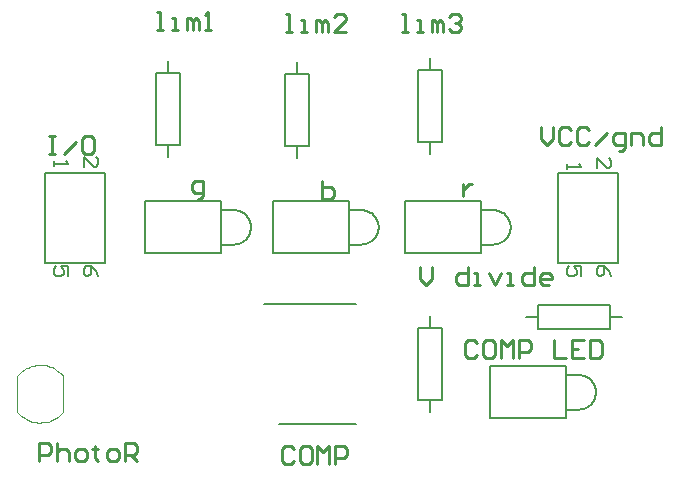
<source format=gto>
%FSTAX23Y23*%
%MOIN*%
%SFA1B1*%

%IPPOS*%
%ADD10C,0.005000*%
%ADD11C,0.003937*%
%ADD12C,0.007874*%
%ADD13C,0.008000*%
%ADD14C,0.010000*%
%LNnightlight-1*%
%LPD*%
G54D10*
X01621Y00797D02*
D01*
X01625Y00798*
X01629Y00798*
X01633Y00799*
X01637Y008*
X01641Y00801*
X01644Y00802*
X01648Y00804*
X01651Y00806*
X01655Y00808*
X01658Y00811*
X01661Y00813*
X01663Y00816*
X01666Y00819*
X01668Y00823*
X0167Y00826*
X01672Y00829*
X01674Y00833*
X01675Y00837*
X01676Y00841*
X01677Y00845*
X01678Y00849*
X01678Y00853*
Y00856*
X01678Y0086*
X01677Y00864*
X01676Y00868*
X01675Y00872*
X01674Y00876*
X01672Y0088*
X0167Y00883*
X01668Y00886*
X01666Y0089*
X01663Y00893*
X01661Y00896*
X01658Y00898*
X01655Y00901*
X01651Y00903*
X01648Y00905*
X01644Y00907*
X01641Y00908*
X01637Y00909*
X01633Y0091*
X01629Y00911*
X01625Y00911*
X01621Y00912*
X00756Y00797D02*
D01*
X0076Y00798*
X00764Y00798*
X00768Y00799*
X00772Y008*
X00776Y00801*
X00779Y00802*
X00783Y00804*
X00786Y00806*
X0079Y00808*
X00793Y00811*
X00796Y00813*
X00798Y00816*
X00801Y00819*
X00803Y00823*
X00805Y00826*
X00807Y00829*
X00809Y00833*
X0081Y00837*
X00811Y00841*
X00812Y00845*
X00813Y00849*
X00813Y00853*
Y00856*
X00813Y0086*
X00812Y00864*
X00811Y00868*
X0081Y00872*
X00809Y00876*
X00807Y0088*
X00805Y00883*
X00803Y00886*
X00801Y0089*
X00798Y00893*
X00796Y00896*
X00793Y00898*
X0079Y00901*
X00786Y00903*
X00783Y00905*
X00779Y00907*
X00776Y00908*
X00772Y00909*
X00768Y0091*
X00764Y00911*
X0076Y00911*
X00756Y00912*
X01181Y00797D02*
D01*
X01185Y00798*
X01189Y00798*
X01193Y00799*
X01197Y008*
X01201Y00801*
X01204Y00802*
X01208Y00804*
X01211Y00806*
X01215Y00808*
X01218Y00811*
X01221Y00813*
X01223Y00816*
X01226Y00819*
X01228Y00823*
X0123Y00826*
X01232Y00829*
X01234Y00833*
X01235Y00837*
X01236Y00841*
X01237Y00845*
X01238Y00849*
X01238Y00853*
Y00856*
X01238Y0086*
X01237Y00864*
X01236Y00868*
X01235Y00872*
X01234Y00876*
X01232Y0088*
X0123Y00883*
X01228Y00886*
X01226Y0089*
X01223Y00893*
X01221Y00896*
X01218Y00898*
X01215Y00901*
X01211Y00903*
X01208Y00905*
X01204Y00907*
X01201Y00908*
X01197Y00909*
X01193Y0091*
X01189Y00911*
X01185Y00911*
X01181Y00912*
X01906Y00247D02*
D01*
X0191Y00248*
X01914Y00248*
X01918Y00249*
X01922Y0025*
X01926Y00251*
X01929Y00252*
X01933Y00254*
X01936Y00256*
X0194Y00258*
X01943Y00261*
X01946Y00263*
X01948Y00266*
X01951Y00269*
X01953Y00273*
X01955Y00276*
X01957Y00279*
X01959Y00283*
X0196Y00287*
X01961Y00291*
X01962Y00295*
X01963Y00299*
X01963Y00303*
Y00306*
X01963Y0031*
X01962Y00314*
X01961Y00318*
X0196Y00322*
X01959Y00326*
X01957Y0033*
X01955Y00333*
X01953Y00336*
X01951Y0034*
X01948Y00343*
X01946Y00346*
X01943Y00348*
X0194Y00351*
X01936Y00353*
X01933Y00355*
X01929Y00357*
X01926Y00358*
X01922Y00359*
X01918Y0036*
X01914Y00361*
X0191Y00361*
X01906Y00362*
X01326Y00768D02*
Y00941D01*
X01578*
Y00768D02*
Y00941D01*
X01326Y00768D02*
X01578D01*
Y00912D02*
X01621D01*
X01578Y00797D02*
X01621D01*
X00461Y00768D02*
Y00941D01*
X00713*
Y00768D02*
Y00941D01*
X00461Y00768D02*
X00713D01*
Y00912D02*
X00756D01*
X00713Y00797D02*
X00756D01*
X00886Y00768D02*
Y00941D01*
X01138*
Y00768D02*
Y00941D01*
X00886Y00768D02*
X01138D01*
Y00912D02*
X01181D01*
X01138Y00797D02*
X01181D01*
X01863Y00247D02*
X01906D01*
X01863Y00362D02*
X01906D01*
X01611Y00218D02*
X01863D01*
Y00391*
X01611D02*
X01863D01*
X01611Y00218D02*
Y00391D01*
G54D11*
X00187Y00359D02*
D01*
X00182Y00364*
X00177Y00369*
X00172Y00373*
X00167Y00377*
X00161Y00381*
X00155Y00385*
X00149Y00388*
X00142Y0039*
X00136Y00392*
X00129Y00394*
X00122Y00395*
X00116Y00396*
X00109Y00396*
X00102Y00395*
X00095Y00395*
X00088Y00393*
X00081Y00392*
X00075Y0039*
X00069Y00387*
X00062Y00384*
X00057Y0038*
X00051Y00376*
X00045Y00372*
X0004Y00367*
X00036Y00362*
X00032Y00359*
Y0024D02*
D01*
X00037Y00235*
X00042Y0023*
X00047Y00226*
X00052Y00222*
X00058Y00218*
X00064Y00214*
X0007Y00211*
X00077Y00209*
X00083Y00207*
X0009Y00205*
X00097Y00204*
X00103Y00203*
X0011Y00203*
X00117Y00204*
X00124Y00204*
X00131Y00206*
X00138Y00207*
X00144Y00209*
X0015Y00212*
X00157Y00215*
X00162Y00219*
X00168Y00223*
X00174Y00227*
X00179Y00232*
X00183Y00237*
X00187Y0024*
X00032Y0024D02*
Y00359D01*
X00187Y0024D02*
Y00359D01*
G54D12*
X01835Y00735D02*
Y00926D01*
Y00735D02*
Y01035D01*
X02035Y00735D02*
Y01035D01*
X01835D02*
X02035D01*
X01835Y00735D02*
X02035D01*
X00925Y01365D02*
X01005D01*
Y01125D02*
Y01365D01*
X00925Y01125D02*
X01005D01*
X00925D02*
Y01365D01*
X00965D02*
Y01405D01*
Y01085D02*
Y01125D01*
X0137Y0138D02*
X0145D01*
Y0114D02*
Y0138D01*
X0137Y0114D02*
X0145D01*
X0137D02*
Y0138D01*
X0141D02*
Y0142D01*
Y011D02*
Y0114D01*
X00495Y0137D02*
X00575D01*
Y0113D02*
Y0137D01*
X00495Y0113D02*
X00575D01*
X00495D02*
Y0137D01*
X00535D02*
Y0141D01*
Y0109D02*
Y0113D01*
X00125Y00735D02*
X00325D01*
X00125Y01035D02*
X00325D01*
Y00735D02*
Y01035D01*
X00125Y00735D02*
Y01035D01*
Y00735D02*
Y00926D01*
X0141Y0024D02*
Y0028D01*
Y0052D02*
Y0056D01*
X0137Y0028D02*
Y0052D01*
Y0028D02*
X0145D01*
Y0052*
X0137D02*
X0145D01*
X0173Y00555D02*
X0177D01*
X0201D02*
X0205D01*
X0177Y00595D02*
X0201D01*
X0177Y00515D02*
Y00595D01*
Y00515D02*
X0201D01*
Y00595*
X00856Y006D02*
X01164D01*
X00905Y002D02*
X01164D01*
G54D13*
X01865Y01065D02*
Y01048D01*
Y01056*
X01914*
X01906Y01065*
X01914Y00691D02*
Y00725D01*
X01889*
X01898Y00708*
Y007*
X01889Y00691*
X01873*
X01865Y007*
Y00716*
X01873Y00725*
X02014Y00691D02*
X02006Y00708D01*
X01989Y00725*
X01973*
X01965Y00716*
Y007*
X01973Y00691*
X01981*
X01989Y007*
Y00725*
X01965Y01051D02*
Y01085D01*
X01998Y01051*
X02006*
X02014Y0106*
Y01076*
X02006Y01085*
X00304Y00691D02*
X00296Y00708D01*
X00279Y00725*
X00263*
X00255Y00716*
Y007*
X00263Y00691*
X00271*
X00279Y007*
Y00725*
X00204Y00691D02*
Y00725D01*
X00179*
X00188Y00708*
Y007*
X00179Y00691*
X00163*
X00155Y007*
Y00716*
X00163Y00725*
X00255Y01056D02*
Y0109D01*
X00288Y01056*
X00296*
X00304Y01065*
Y01081*
X00296Y0109*
X00155Y01075D02*
Y01058D01*
Y01066*
X00204*
X00196Y01075*
G54D14*
X00931Y01507D02*
X0095D01*
X0094*
Y01566*
X00931*
X0098Y01507D02*
X01D01*
X0099*
Y01546*
X0098*
X0103Y01507D02*
Y01546D01*
X0104*
X0105Y01536*
Y01507*
Y01536*
X0106Y01546*
X0107Y01536*
Y01507*
X0113D02*
X0109D01*
X0113Y01546*
Y01556*
X0112Y01566*
X011*
X0109Y01556*
X01315Y01505D02*
X01335D01*
X01325*
Y01564*
X01315*
X01365Y01505D02*
X01385D01*
X01375*
Y01544*
X01365*
X01415Y01505D02*
Y01544D01*
X01424*
X01434Y01535*
Y01505*
Y01535*
X01444Y01544*
X01454Y01535*
Y01505*
X01474Y01554D02*
X01484Y01564D01*
X01504*
X01514Y01554*
Y01544*
X01504Y01535*
X01494*
X01504*
X01514Y01525*
Y01515*
X01504Y01505*
X01484*
X01474Y01515*
X00501Y01512D02*
X0052D01*
X0051*
Y01571*
X00501*
X0055Y01512D02*
X0057D01*
X0056*
Y01551*
X0055*
X006Y01512D02*
Y01551D01*
X0061*
X0062Y01541*
Y01512*
Y01541*
X0063Y01551*
X0064Y01541*
Y01512*
X0066D02*
X0068D01*
X0067*
Y01571*
X0066Y01561*
X0152Y00999D02*
Y0096D01*
Y0098*
X0153Y00989*
X0154Y00999*
X01549*
X00635Y0095D02*
X00644D01*
X00654Y0096*
Y01009*
X00625*
X00615Y00999*
Y0098*
X00625Y0097*
X00654*
X0105Y01009D02*
Y0095D01*
X01079*
X01089Y0096*
Y0097*
Y0098*
X01079Y00989*
X0105*
X0178Y01189D02*
Y0115D01*
X018Y0113*
X0182Y0115*
Y01189*
X0188Y01179D02*
X0187Y01189D01*
X0185*
X0184Y01179*
Y0114*
X0185Y0113*
X0187*
X0188Y0114*
X0194Y01179D02*
X0193Y01189D01*
X0191*
X019Y01179*
Y0114*
X0191Y0113*
X0193*
X0194Y0114*
X0196Y0113D02*
X01999Y01169D01*
X02039Y0111D02*
X02049D01*
X02059Y0112*
Y01169*
X02029*
X02019Y01159*
Y0114*
X02029Y0113*
X02059*
X02079D02*
Y01169D01*
X02109*
X02119Y01159*
Y0113*
X02179Y01189D02*
Y0113D01*
X02149*
X02139Y0114*
Y01159*
X02149Y01169*
X02179*
X0014Y01159D02*
X0016D01*
X0015*
Y011*
X0014*
X0016*
X0019D02*
X00229Y01139D01*
X00279Y01159D02*
X00259D01*
X00249Y01149*
Y0111*
X00259Y011*
X00279*
X00289Y0111*
Y01149*
X00279Y01159*
X01376Y00721D02*
Y00681D01*
X01395Y00662*
X01415Y00681*
Y00721*
X01535D02*
Y00662D01*
X01505*
X01495Y00671*
Y00691*
X01505Y00701*
X01535*
X01555Y00662D02*
X01575D01*
X01565*
Y00701*
X01555*
X01605D02*
X01625Y00662D01*
X01645Y00701*
X01665Y00662D02*
X01685D01*
X01675*
Y00701*
X01665*
X01755Y00721D02*
Y00662D01*
X01725*
X01715Y00671*
Y00691*
X01725Y00701*
X01755*
X01805Y00662D02*
X01785D01*
X01775Y00671*
Y00691*
X01785Y00701*
X01805*
X01815Y00691*
Y00681*
X01775*
X00105Y00075D02*
Y00134D01*
X00135*
X00145Y00124*
Y00105*
X00135Y00095*
X00105*
X00165Y00134D02*
Y00075D01*
Y00105*
X00175Y00114*
X00195*
X00205Y00105*
Y00075*
X00235D02*
X00255D01*
X00265Y00085*
Y00105*
X00255Y00114*
X00235*
X00225Y00105*
Y00085*
X00235Y00075*
X00294Y00124D02*
Y00114D01*
X00284*
X00304*
X00294*
Y00085*
X00304Y00075*
X00344D02*
X00364D01*
X00374Y00085*
Y00105*
X00364Y00114*
X00344*
X00334Y00105*
Y00085*
X00344Y00075*
X00394D02*
Y00134D01*
X00424*
X00434Y00124*
Y00105*
X00424Y00095*
X00394*
X00414D02*
X00434Y00075D01*
X01565Y00469D02*
X01555Y00479D01*
X01535*
X01525Y00469*
Y0043*
X01535Y0042*
X01555*
X01565Y0043*
X01615Y00479D02*
X01595D01*
X01585Y00469*
Y0043*
X01595Y0042*
X01615*
X01625Y0043*
Y00469*
X01615Y00479*
X01645Y0042D02*
Y00479D01*
X01665Y00459*
X01685Y00479*
Y0042*
X01705D02*
Y00479D01*
X01735*
X01745Y00469*
Y0045*
X01735Y0044*
X01705*
X01824Y00479D02*
Y0042D01*
X01864*
X01924Y00479D02*
X01884D01*
Y0042*
X01924*
X01884Y0045D02*
X01904D01*
X01944Y00479D02*
Y0042D01*
X01974*
X01984Y0043*
Y00469*
X01974Y00479*
X01944*
X00955Y00114D02*
X00945Y00124D01*
X00925*
X00915Y00114*
Y00075*
X00925Y00065*
X00945*
X00955Y00075*
X01005Y00124D02*
X00985D01*
X00975Y00114*
Y00075*
X00985Y00065*
X01005*
X01015Y00075*
Y00114*
X01005Y00124*
X01034Y00065D02*
Y00124D01*
X01054Y00104*
X01074Y00124*
Y00065*
X01094D02*
Y00124D01*
X01124*
X01134Y00114*
Y00095*
X01124Y00085*
X01094*
M02*
</source>
